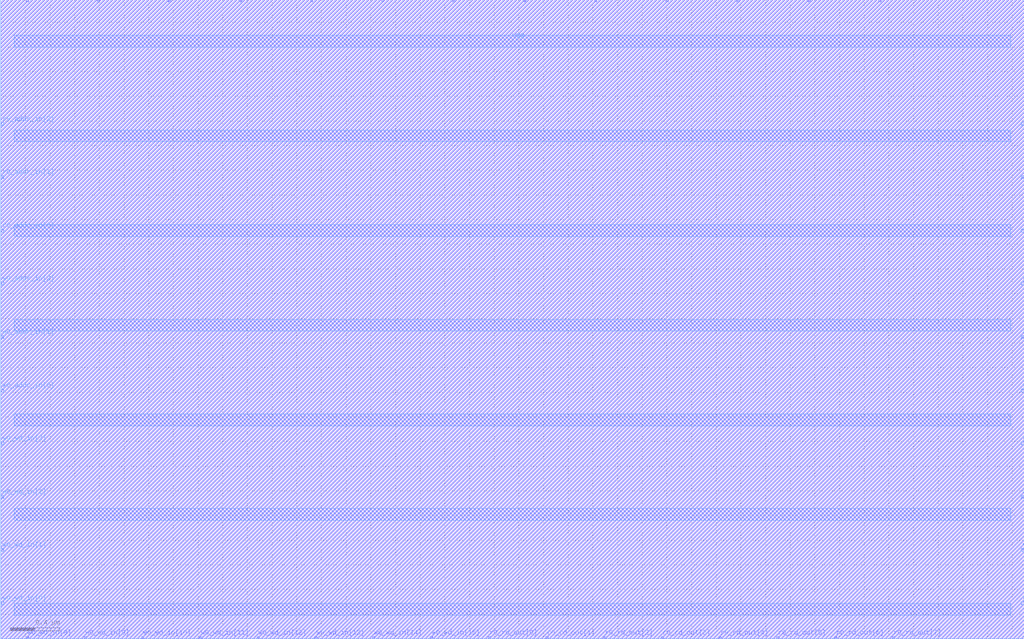
<source format=lef>
VERSION 5.7 ;
BUSBITCHARS "[]" ;
MACRO fakeram_16x52_1r1w
  FOREIGN fakeram_16x52_1r1w 0 0 ;
  SYMMETRY X Y R90 ;
  SIZE 8.295 BY 5.184 ;
  CLASS BLOCK ;
  PIN w0_wd_in[0]
    DIRECTION INPUT ;
    USE SIGNAL ;
    SHAPE ABUTMENT ;
    PORT
      LAYER M4 ;
      RECT 0.000 0.276 0.024 0.300 ;
    END
  END w0_wd_in[0]
  PIN w0_wd_in[1]
    DIRECTION INPUT ;
    USE SIGNAL ;
    SHAPE ABUTMENT ;
    PORT
      LAYER M4 ;
      RECT 0.000 0.708 0.024 0.732 ;
    END
  END w0_wd_in[1]
  PIN w0_wd_in[2]
    DIRECTION INPUT ;
    USE SIGNAL ;
    SHAPE ABUTMENT ;
    PORT
      LAYER M4 ;
      RECT 0.000 1.140 0.024 1.164 ;
    END
  END w0_wd_in[2]
  PIN w0_wd_in[3]
    DIRECTION INPUT ;
    USE SIGNAL ;
    SHAPE ABUTMENT ;
    PORT
      LAYER M4 ;
      RECT 0.000 1.572 0.024 1.596 ;
    END
  END w0_wd_in[3]
  PIN w0_wd_in[4]
    DIRECTION INPUT ;
    USE SIGNAL ;
    SHAPE ABUTMENT ;
    PORT
      LAYER M4 ;
      RECT 8.271 0.276 8.295 0.300 ;
    END
  END w0_wd_in[4]
  PIN w0_wd_in[5]
    DIRECTION INPUT ;
    USE SIGNAL ;
    SHAPE ABUTMENT ;
    PORT
      LAYER M4 ;
      RECT 8.271 0.708 8.295 0.732 ;
    END
  END w0_wd_in[5]
  PIN w0_wd_in[6]
    DIRECTION INPUT ;
    USE SIGNAL ;
    SHAPE ABUTMENT ;
    PORT
      LAYER M4 ;
      RECT 8.271 1.140 8.295 1.164 ;
    END
  END w0_wd_in[6]
  PIN w0_wd_in[7]
    DIRECTION INPUT ;
    USE SIGNAL ;
    SHAPE ABUTMENT ;
    PORT
      LAYER M4 ;
      RECT 8.271 1.572 8.295 1.596 ;
    END
  END w0_wd_in[7]
  PIN w0_wd_in[8]
    DIRECTION OUTPUT ;
    USE SIGNAL ;
    SHAPE ABUTMENT ;
    PORT
      LAYER M3 ;
      RECT 0.207 0.000 0.225 0.018 ;
    END
  END w0_wd_in[8]
  PIN w0_wd_in[9]
    DIRECTION OUTPUT ;
    USE SIGNAL ;
    SHAPE ABUTMENT ;
    PORT
      LAYER M3 ;
      RECT 0.675 0.000 0.693 0.018 ;
    END
  END w0_wd_in[9]
  PIN w0_wd_in[10]
    DIRECTION OUTPUT ;
    USE SIGNAL ;
    SHAPE ABUTMENT ;
    PORT
      LAYER M3 ;
      RECT 1.143 0.000 1.161 0.018 ;
    END
  END w0_wd_in[10]
  PIN w0_wd_in[11]
    DIRECTION OUTPUT ;
    USE SIGNAL ;
    SHAPE ABUTMENT ;
    PORT
      LAYER M3 ;
      RECT 1.611 0.000 1.629 0.018 ;
    END
  END w0_wd_in[11]
  PIN w0_wd_in[12]
    DIRECTION OUTPUT ;
    USE SIGNAL ;
    SHAPE ABUTMENT ;
    PORT
      LAYER M3 ;
      RECT 2.079 0.000 2.097 0.018 ;
    END
  END w0_wd_in[12]
  PIN w0_wd_in[13]
    DIRECTION OUTPUT ;
    USE SIGNAL ;
    SHAPE ABUTMENT ;
    PORT
      LAYER M3 ;
      RECT 2.547 0.000 2.565 0.018 ;
    END
  END w0_wd_in[13]
  PIN w0_wd_in[14]
    DIRECTION OUTPUT ;
    USE SIGNAL ;
    SHAPE ABUTMENT ;
    PORT
      LAYER M3 ;
      RECT 3.015 0.000 3.033 0.018 ;
    END
  END w0_wd_in[14]
  PIN w0_wd_in[15]
    DIRECTION OUTPUT ;
    USE SIGNAL ;
    SHAPE ABUTMENT ;
    PORT
      LAYER M3 ;
      RECT 3.483 0.000 3.501 0.018 ;
    END
  END w0_wd_in[15]
  PIN r0_rd_out[0]
    DIRECTION OUTPUT ;
    USE SIGNAL ;
    SHAPE ABUTMENT ;
    PORT
      LAYER M3 ;
      RECT 3.951 0.000 3.969 0.018 ;
    END
  END r0_rd_out[0]
  PIN r0_rd_out[1]
    DIRECTION OUTPUT ;
    USE SIGNAL ;
    SHAPE ABUTMENT ;
    PORT
      LAYER M3 ;
      RECT 4.419 0.000 4.437 0.018 ;
    END
  END r0_rd_out[1]
  PIN r0_rd_out[2]
    DIRECTION OUTPUT ;
    USE SIGNAL ;
    SHAPE ABUTMENT ;
    PORT
      LAYER M3 ;
      RECT 4.887 0.000 4.905 0.018 ;
    END
  END r0_rd_out[2]
  PIN r0_rd_out[3]
    DIRECTION OUTPUT ;
    USE SIGNAL ;
    SHAPE ABUTMENT ;
    PORT
      LAYER M3 ;
      RECT 5.355 0.000 5.373 0.018 ;
    END
  END r0_rd_out[3]
  PIN r0_rd_out[4]
    DIRECTION OUTPUT ;
    USE SIGNAL ;
    SHAPE ABUTMENT ;
    PORT
      LAYER M3 ;
      RECT 5.823 0.000 5.841 0.018 ;
    END
  END r0_rd_out[4]
  PIN r0_rd_out[5]
    DIRECTION OUTPUT ;
    USE SIGNAL ;
    SHAPE ABUTMENT ;
    PORT
      LAYER M3 ;
      RECT 6.291 0.000 6.309 0.018 ;
    END
  END r0_rd_out[5]
  PIN r0_rd_out[6]
    DIRECTION OUTPUT ;
    USE SIGNAL ;
    SHAPE ABUTMENT ;
    PORT
      LAYER M3 ;
      RECT 6.759 0.000 6.777 0.018 ;
    END
  END r0_rd_out[6]
  PIN r0_rd_out[7]
    DIRECTION OUTPUT ;
    USE SIGNAL ;
    SHAPE ABUTMENT ;
    PORT
      LAYER M3 ;
      RECT 7.227 0.000 7.245 0.018 ;
    END
  END r0_rd_out[7]
  PIN r0_rd_out[8]
    DIRECTION OUTPUT ;
    USE SIGNAL ;
    SHAPE ABUTMENT ;
    PORT
      LAYER M3 ;
      RECT 0.207 5.166 0.225 5.184 ;
    END
  END r0_rd_out[8]
  PIN r0_rd_out[9]
    DIRECTION OUTPUT ;
    USE SIGNAL ;
    SHAPE ABUTMENT ;
    PORT
      LAYER M3 ;
      RECT 0.783 5.166 0.801 5.184 ;
    END
  END r0_rd_out[9]
  PIN r0_rd_out[10]
    DIRECTION OUTPUT ;
    USE SIGNAL ;
    SHAPE ABUTMENT ;
    PORT
      LAYER M3 ;
      RECT 1.359 5.166 1.377 5.184 ;
    END
  END r0_rd_out[10]
  PIN r0_rd_out[11]
    DIRECTION OUTPUT ;
    USE SIGNAL ;
    SHAPE ABUTMENT ;
    PORT
      LAYER M3 ;
      RECT 1.935 5.166 1.953 5.184 ;
    END
  END r0_rd_out[11]
  PIN r0_rd_out[12]
    DIRECTION OUTPUT ;
    USE SIGNAL ;
    SHAPE ABUTMENT ;
    PORT
      LAYER M3 ;
      RECT 2.511 5.166 2.529 5.184 ;
    END
  END r0_rd_out[12]
  PIN r0_rd_out[13]
    DIRECTION OUTPUT ;
    USE SIGNAL ;
    SHAPE ABUTMENT ;
    PORT
      LAYER M3 ;
      RECT 3.087 5.166 3.105 5.184 ;
    END
  END r0_rd_out[13]
  PIN r0_rd_out[14]
    DIRECTION OUTPUT ;
    USE SIGNAL ;
    SHAPE ABUTMENT ;
    PORT
      LAYER M3 ;
      RECT 3.663 5.166 3.681 5.184 ;
    END
  END r0_rd_out[14]
  PIN r0_rd_out[15]
    DIRECTION OUTPUT ;
    USE SIGNAL ;
    SHAPE ABUTMENT ;
    PORT
      LAYER M3 ;
      RECT 4.239 5.166 4.257 5.184 ;
    END
  END r0_rd_out[15]
  PIN w0_addr_in[0]
    DIRECTION INPUT ;
    USE SIGNAL ;
    SHAPE ABUTMENT ;
    PORT
      LAYER M4 ;
      RECT 0.000 2.004 0.024 2.028 ;
    END
  END w0_addr_in[0]
  PIN w0_addr_in[1]
    DIRECTION INPUT ;
    USE SIGNAL ;
    SHAPE ABUTMENT ;
    PORT
      LAYER M4 ;
      RECT 0.000 2.436 0.024 2.460 ;
    END
  END w0_addr_in[1]
  PIN w0_addr_in[2]
    DIRECTION INPUT ;
    USE SIGNAL ;
    SHAPE ABUTMENT ;
    PORT
      LAYER M4 ;
      RECT 0.000 2.868 0.024 2.892 ;
    END
  END w0_addr_in[2]
  PIN w0_addr_in[3]
    DIRECTION INPUT ;
    USE SIGNAL ;
    SHAPE ABUTMENT ;
    PORT
      LAYER M4 ;
      RECT 8.271 2.004 8.295 2.028 ;
    END
  END w0_addr_in[3]
  PIN w0_addr_in[4]
    DIRECTION INPUT ;
    USE SIGNAL ;
    SHAPE ABUTMENT ;
    PORT
      LAYER M4 ;
      RECT 8.271 2.436 8.295 2.460 ;
    END
  END w0_addr_in[4]
  PIN w0_addr_in[5]
    DIRECTION INPUT ;
    USE SIGNAL ;
    SHAPE ABUTMENT ;
    PORT
      LAYER M4 ;
      RECT 8.271 2.868 8.295 2.892 ;
    END
  END w0_addr_in[5]
  PIN r0_addr_in[0]
    DIRECTION INPUT ;
    USE SIGNAL ;
    SHAPE ABUTMENT ;
    PORT
      LAYER M4 ;
      RECT 0.000 3.300 0.024 3.324 ;
    END
  END r0_addr_in[0]
  PIN r0_addr_in[1]
    DIRECTION INPUT ;
    USE SIGNAL ;
    SHAPE ABUTMENT ;
    PORT
      LAYER M4 ;
      RECT 0.000 3.732 0.024 3.756 ;
    END
  END r0_addr_in[1]
  PIN r0_addr_in[2]
    DIRECTION INPUT ;
    USE SIGNAL ;
    SHAPE ABUTMENT ;
    PORT
      LAYER M4 ;
      RECT 0.000 4.164 0.024 4.188 ;
    END
  END r0_addr_in[2]
  PIN r0_addr_in[3]
    DIRECTION INPUT ;
    USE SIGNAL ;
    SHAPE ABUTMENT ;
    PORT
      LAYER M4 ;
      RECT 8.271 3.300 8.295 3.324 ;
    END
  END r0_addr_in[3]
  PIN r0_addr_in[4]
    DIRECTION INPUT ;
    USE SIGNAL ;
    SHAPE ABUTMENT ;
    PORT
      LAYER M4 ;
      RECT 8.271 3.732 8.295 3.756 ;
    END
  END r0_addr_in[4]
  PIN r0_addr_in[5]
    DIRECTION INPUT ;
    USE SIGNAL ;
    SHAPE ABUTMENT ;
    PORT
      LAYER M4 ;
      RECT 8.271 4.164 8.295 4.188 ;
    END
  END r0_addr_in[5]
  PIN w0_we_in
    DIRECTION INPUT ;
    USE SIGNAL ;
    SHAPE ABUTMENT ;
    PORT
      LAYER M3 ;
      RECT 4.815 5.166 4.833 5.184 ;
    END
  END w0_we_in
  PIN w0_ce_in
    DIRECTION INPUT ;
    USE SIGNAL ;
    SHAPE ABUTMENT ;
    PORT
      LAYER M3 ;
      RECT 5.391 5.166 5.409 5.184 ;
    END
  END w0_ce_in
  PIN w0_clk
    DIRECTION INPUT ;
    USE SIGNAL ;
    SHAPE ABUTMENT ;
    PORT
      LAYER M3 ;
      RECT 5.967 5.166 5.985 5.184 ;
    END
  END w0_clk
  PIN r0_ce_in
    DIRECTION INPUT ;
    USE SIGNAL ;
    SHAPE ABUTMENT ;
    PORT
      LAYER M3 ;
      RECT 6.543 5.166 6.561 5.184 ;
    END
  END r0_ce_in
  PIN r0_clk
    DIRECTION INPUT ;
    USE SIGNAL ;
    SHAPE ABUTMENT ;
    PORT
      LAYER M3 ;
      RECT 7.119 5.166 7.137 5.184 ;
    END
  END r0_clk
  PIN VSS
    DIRECTION INOUT ;
    USE GROUND ;
    PORT
      LAYER M4 ;
      RECT 0.108 0.192 8.187 0.288 ;
      RECT 0.108 0.960 8.187 1.056 ;
      RECT 0.108 1.728 8.187 1.824 ;
      RECT 0.108 2.496 8.187 2.592 ;
      RECT 0.108 3.264 8.187 3.360 ;
      RECT 0.108 4.032 8.187 4.128 ;
      RECT 0.108 4.800 8.187 4.896 ;
    END
  END VSS
  PIN VDD
    DIRECTION INOUT ;
    USE POWER ;
    PORT
      LAYER M4 ;
      RECT 0.108 0.192 8.187 0.288 ;
      RECT 0.108 0.960 8.187 1.056 ;
      RECT 0.108 1.728 8.187 1.824 ;
      RECT 0.108 2.496 8.187 2.592 ;
      RECT 0.108 3.264 8.187 3.360 ;
      RECT 0.108 4.032 8.187 4.128 ;
      RECT 0.108 4.800 8.187 4.896 ;
    END
  END VDD
  OBS
    LAYER M1 ;
    RECT 0 0 8.295 5.184 ;
    LAYER M2 ;
    RECT 0 0 8.295 5.184 ;
    LAYER M3 ;
    RECT 0 0 8.295 5.184 ;
    LAYER M4 ;
    RECT 0 0 8.295 5.184 ;
  END
END fakeram_16x52_1r1w

END LIBRARY

</source>
